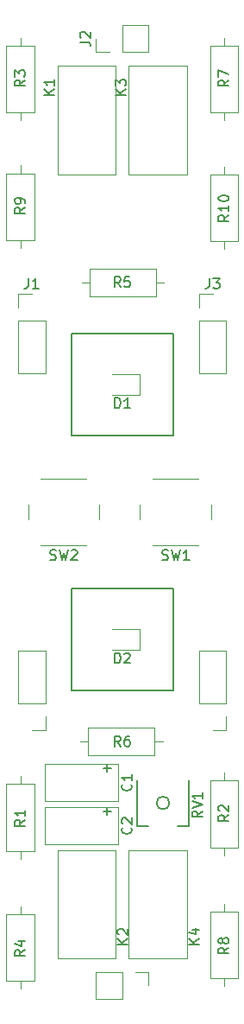
<source format=gto>
G04 #@! TF.FileFunction,Legend,Top*
%FSLAX46Y46*%
G04 Gerber Fmt 4.6, Leading zero omitted, Abs format (unit mm)*
G04 Created by KiCad (PCBNEW 4.0.4+e1-6308~48~ubuntu16.04.1-stable) date Sun Jan 28 16:20:55 2018*
%MOMM*%
%LPD*%
G01*
G04 APERTURE LIST*
%ADD10C,0.100000*%
%ADD11C,0.150000*%
%ADD12C,0.200000*%
%ADD13C,0.120000*%
%ADD14C,0.030000*%
G04 APERTURE END LIST*
D10*
D11*
X110619048Y-129321429D02*
X111380953Y-129321429D01*
X111000001Y-129702381D02*
X111000001Y-128940476D01*
X110619048Y-125071429D02*
X111380953Y-125071429D01*
X111000001Y-125452381D02*
X111000001Y-124690476D01*
D12*
X107500000Y-117500000D02*
X107500000Y-107500000D01*
X117500000Y-117500000D02*
X107500000Y-117500000D01*
X117500000Y-107500000D02*
X117500000Y-117500000D01*
X107500000Y-107500000D02*
X117500000Y-107500000D01*
X107500000Y-82500000D02*
X107500000Y-92500000D01*
X117500000Y-82500000D02*
X107500000Y-82500000D01*
X117500000Y-92500000D02*
X117500000Y-82500000D01*
X107500000Y-92500000D02*
X117500000Y-92500000D01*
D13*
X109310000Y-76130000D02*
X109310000Y-78870000D01*
X109310000Y-78870000D02*
X115850000Y-78870000D01*
X115850000Y-78870000D02*
X115850000Y-76130000D01*
X115850000Y-76130000D02*
X109310000Y-76130000D01*
X108540000Y-77500000D02*
X109310000Y-77500000D01*
X116620000Y-77500000D02*
X115850000Y-77500000D01*
X112060000Y-128310000D02*
X104940000Y-128310000D01*
X112060000Y-124690000D02*
X104940000Y-124690000D01*
X112060000Y-128310000D02*
X112060000Y-124690000D01*
X104940000Y-128310000D02*
X104940000Y-124690000D01*
X112060000Y-132560000D02*
X104940000Y-132560000D01*
X112060000Y-128940000D02*
X104940000Y-128940000D01*
X112060000Y-132560000D02*
X112060000Y-128940000D01*
X104940000Y-132560000D02*
X104940000Y-128940000D01*
X111500000Y-88510000D02*
X114200000Y-88510000D01*
X114200000Y-88510000D02*
X114200000Y-86490000D01*
X114200000Y-86490000D02*
X111500000Y-86490000D01*
X111500000Y-113510000D02*
X114200000Y-113510000D01*
X114200000Y-113510000D02*
X114200000Y-111490000D01*
X114200000Y-111490000D02*
X111500000Y-111490000D01*
X102290000Y-86390000D02*
X104950000Y-86390000D01*
X102290000Y-81250000D02*
X102290000Y-86390000D01*
X104950000Y-81250000D02*
X104950000Y-86390000D01*
X102290000Y-81250000D02*
X104950000Y-81250000D01*
X102290000Y-79980000D02*
X102290000Y-78650000D01*
X102290000Y-78650000D02*
X103620000Y-78650000D01*
X115100000Y-54950000D02*
X115100000Y-52290000D01*
X112500000Y-54950000D02*
X115100000Y-54950000D01*
X112500000Y-52290000D02*
X115100000Y-52290000D01*
X112500000Y-54950000D02*
X112500000Y-52290000D01*
X111230000Y-54950000D02*
X109900000Y-54950000D01*
X109900000Y-54950000D02*
X109900000Y-53620000D01*
X120050000Y-86390000D02*
X122710000Y-86390000D01*
X120050000Y-81250000D02*
X120050000Y-86390000D01*
X122710000Y-81250000D02*
X122710000Y-86390000D01*
X120050000Y-81250000D02*
X122710000Y-81250000D01*
X120050000Y-79980000D02*
X120050000Y-78650000D01*
X120050000Y-78650000D02*
X121380000Y-78650000D01*
X109900000Y-145050000D02*
X109900000Y-147710000D01*
X112500000Y-145050000D02*
X109900000Y-145050000D01*
X112500000Y-147710000D02*
X109900000Y-147710000D01*
X112500000Y-145050000D02*
X112500000Y-147710000D01*
X113770000Y-145050000D02*
X115100000Y-145050000D01*
X115100000Y-145050000D02*
X115100000Y-146380000D01*
X104950000Y-113610000D02*
X102290000Y-113610000D01*
X104950000Y-118750000D02*
X104950000Y-113610000D01*
X102290000Y-118750000D02*
X102290000Y-113610000D01*
X104950000Y-118750000D02*
X102290000Y-118750000D01*
X104950000Y-120020000D02*
X104950000Y-121350000D01*
X104950000Y-121350000D02*
X103620000Y-121350000D01*
X122710000Y-113610000D02*
X120050000Y-113610000D01*
X122710000Y-118750000D02*
X122710000Y-113610000D01*
X120050000Y-118750000D02*
X120050000Y-113610000D01*
X122710000Y-118750000D02*
X120050000Y-118750000D01*
X122710000Y-120020000D02*
X122710000Y-121350000D01*
X122710000Y-121350000D02*
X121380000Y-121350000D01*
D14*
X106150000Y-66900000D02*
X111850000Y-66900000D01*
X111850000Y-66900000D02*
X111850000Y-56300000D01*
X111850000Y-56300000D02*
X106150000Y-56300000D01*
X106150000Y-56300000D02*
X106150000Y-66900000D01*
X111850000Y-133100000D02*
X106150000Y-133100000D01*
X106150000Y-133100000D02*
X106150000Y-143700000D01*
X106150000Y-143700000D02*
X111850000Y-143700000D01*
X111850000Y-143700000D02*
X111850000Y-133100000D01*
X113150000Y-66900000D02*
X118850000Y-66900000D01*
X118850000Y-66900000D02*
X118850000Y-56300000D01*
X118850000Y-56300000D02*
X113150000Y-56300000D01*
X113150000Y-56300000D02*
X113150000Y-66900000D01*
X118850000Y-133100000D02*
X113150000Y-133100000D01*
X113150000Y-133100000D02*
X113150000Y-143700000D01*
X113150000Y-143700000D02*
X118850000Y-143700000D01*
X118850000Y-143700000D02*
X118850000Y-133100000D01*
D13*
X101130000Y-133190000D02*
X103870000Y-133190000D01*
X103870000Y-133190000D02*
X103870000Y-126650000D01*
X103870000Y-126650000D02*
X101130000Y-126650000D01*
X101130000Y-126650000D02*
X101130000Y-133190000D01*
X102500000Y-133960000D02*
X102500000Y-133190000D01*
X102500000Y-125880000D02*
X102500000Y-126650000D01*
X123870000Y-126310000D02*
X121130000Y-126310000D01*
X121130000Y-126310000D02*
X121130000Y-132850000D01*
X121130000Y-132850000D02*
X123870000Y-132850000D01*
X123870000Y-132850000D02*
X123870000Y-126310000D01*
X122500000Y-125540000D02*
X122500000Y-126310000D01*
X122500000Y-133620000D02*
X122500000Y-132850000D01*
D12*
X117132456Y-128500000D02*
G75*
G03X117132456Y-128500000I-632456J0D01*
G01*
X119000000Y-130750000D02*
X117900000Y-130750000D01*
X114000000Y-130750000D02*
X115100000Y-130750000D01*
X119000000Y-130750000D02*
X119000000Y-126250000D01*
X114000000Y-130750000D02*
X114000000Y-126250000D01*
D13*
X120000000Y-96750000D02*
X115500000Y-96750000D01*
X121250000Y-100750000D02*
X121250000Y-99250000D01*
X115500000Y-103250000D02*
X120000000Y-103250000D01*
X114250000Y-99250000D02*
X114250000Y-100750000D01*
X109000000Y-96750000D02*
X104500000Y-96750000D01*
X110250000Y-100750000D02*
X110250000Y-99250000D01*
X104500000Y-103250000D02*
X109000000Y-103250000D01*
X103250000Y-99250000D02*
X103250000Y-100750000D01*
X103870000Y-54310000D02*
X101130000Y-54310000D01*
X101130000Y-54310000D02*
X101130000Y-60850000D01*
X101130000Y-60850000D02*
X103870000Y-60850000D01*
X103870000Y-60850000D02*
X103870000Y-54310000D01*
X102500000Y-53540000D02*
X102500000Y-54310000D01*
X102500000Y-61620000D02*
X102500000Y-60850000D01*
X101130000Y-145940000D02*
X103870000Y-145940000D01*
X103870000Y-145940000D02*
X103870000Y-139400000D01*
X103870000Y-139400000D02*
X101130000Y-139400000D01*
X101130000Y-139400000D02*
X101130000Y-145940000D01*
X102500000Y-146710000D02*
X102500000Y-145940000D01*
X102500000Y-138630000D02*
X102500000Y-139400000D01*
X115690000Y-123870000D02*
X115690000Y-121130000D01*
X115690000Y-121130000D02*
X109150000Y-121130000D01*
X109150000Y-121130000D02*
X109150000Y-123870000D01*
X109150000Y-123870000D02*
X115690000Y-123870000D01*
X116460000Y-122500000D02*
X115690000Y-122500000D01*
X108380000Y-122500000D02*
X109150000Y-122500000D01*
X123870000Y-54310000D02*
X121130000Y-54310000D01*
X121130000Y-54310000D02*
X121130000Y-60850000D01*
X121130000Y-60850000D02*
X123870000Y-60850000D01*
X123870000Y-60850000D02*
X123870000Y-54310000D01*
X122500000Y-53540000D02*
X122500000Y-54310000D01*
X122500000Y-61620000D02*
X122500000Y-60850000D01*
X121130000Y-145690000D02*
X123870000Y-145690000D01*
X123870000Y-145690000D02*
X123870000Y-139150000D01*
X123870000Y-139150000D02*
X121130000Y-139150000D01*
X121130000Y-139150000D02*
X121130000Y-145690000D01*
X122500000Y-146460000D02*
X122500000Y-145690000D01*
X122500000Y-138380000D02*
X122500000Y-139150000D01*
X103870000Y-66810000D02*
X101130000Y-66810000D01*
X101130000Y-66810000D02*
X101130000Y-73350000D01*
X101130000Y-73350000D02*
X103870000Y-73350000D01*
X103870000Y-73350000D02*
X103870000Y-66810000D01*
X102500000Y-66040000D02*
X102500000Y-66810000D01*
X102500000Y-74120000D02*
X102500000Y-73350000D01*
X121130000Y-73440000D02*
X123870000Y-73440000D01*
X123870000Y-73440000D02*
X123870000Y-66900000D01*
X123870000Y-66900000D02*
X121130000Y-66900000D01*
X121130000Y-66900000D02*
X121130000Y-73440000D01*
X122500000Y-74210000D02*
X122500000Y-73440000D01*
X122500000Y-66130000D02*
X122500000Y-66900000D01*
D11*
X112333334Y-77952381D02*
X112000000Y-77476190D01*
X111761905Y-77952381D02*
X111761905Y-76952381D01*
X112142858Y-76952381D01*
X112238096Y-77000000D01*
X112285715Y-77047619D01*
X112333334Y-77142857D01*
X112333334Y-77285714D01*
X112285715Y-77380952D01*
X112238096Y-77428571D01*
X112142858Y-77476190D01*
X111761905Y-77476190D01*
X113238096Y-76952381D02*
X112761905Y-76952381D01*
X112714286Y-77428571D01*
X112761905Y-77380952D01*
X112857143Y-77333333D01*
X113095239Y-77333333D01*
X113190477Y-77380952D01*
X113238096Y-77428571D01*
X113285715Y-77523810D01*
X113285715Y-77761905D01*
X113238096Y-77857143D01*
X113190477Y-77904762D01*
X113095239Y-77952381D01*
X112857143Y-77952381D01*
X112761905Y-77904762D01*
X112714286Y-77857143D01*
X113357143Y-126666666D02*
X113404762Y-126714285D01*
X113452381Y-126857142D01*
X113452381Y-126952380D01*
X113404762Y-127095238D01*
X113309524Y-127190476D01*
X113214286Y-127238095D01*
X113023810Y-127285714D01*
X112880952Y-127285714D01*
X112690476Y-127238095D01*
X112595238Y-127190476D01*
X112500000Y-127095238D01*
X112452381Y-126952380D01*
X112452381Y-126857142D01*
X112500000Y-126714285D01*
X112547619Y-126666666D01*
X113452381Y-125714285D02*
X113452381Y-126285714D01*
X113452381Y-126000000D02*
X112452381Y-126000000D01*
X112595238Y-126095238D01*
X112690476Y-126190476D01*
X112738095Y-126285714D01*
X113357143Y-130916666D02*
X113404762Y-130964285D01*
X113452381Y-131107142D01*
X113452381Y-131202380D01*
X113404762Y-131345238D01*
X113309524Y-131440476D01*
X113214286Y-131488095D01*
X113023810Y-131535714D01*
X112880952Y-131535714D01*
X112690476Y-131488095D01*
X112595238Y-131440476D01*
X112500000Y-131345238D01*
X112452381Y-131202380D01*
X112452381Y-131107142D01*
X112500000Y-130964285D01*
X112547619Y-130916666D01*
X112547619Y-130535714D02*
X112500000Y-130488095D01*
X112452381Y-130392857D01*
X112452381Y-130154761D01*
X112500000Y-130059523D01*
X112547619Y-130011904D01*
X112642857Y-129964285D01*
X112738095Y-129964285D01*
X112880952Y-130011904D01*
X113452381Y-130583333D01*
X113452381Y-129964285D01*
X111761905Y-89802381D02*
X111761905Y-88802381D01*
X112000000Y-88802381D01*
X112142858Y-88850000D01*
X112238096Y-88945238D01*
X112285715Y-89040476D01*
X112333334Y-89230952D01*
X112333334Y-89373810D01*
X112285715Y-89564286D01*
X112238096Y-89659524D01*
X112142858Y-89754762D01*
X112000000Y-89802381D01*
X111761905Y-89802381D01*
X113285715Y-89802381D02*
X112714286Y-89802381D01*
X113000000Y-89802381D02*
X113000000Y-88802381D01*
X112904762Y-88945238D01*
X112809524Y-89040476D01*
X112714286Y-89088095D01*
X111761905Y-114802381D02*
X111761905Y-113802381D01*
X112000000Y-113802381D01*
X112142858Y-113850000D01*
X112238096Y-113945238D01*
X112285715Y-114040476D01*
X112333334Y-114230952D01*
X112333334Y-114373810D01*
X112285715Y-114564286D01*
X112238096Y-114659524D01*
X112142858Y-114754762D01*
X112000000Y-114802381D01*
X111761905Y-114802381D01*
X112714286Y-113897619D02*
X112761905Y-113850000D01*
X112857143Y-113802381D01*
X113095239Y-113802381D01*
X113190477Y-113850000D01*
X113238096Y-113897619D01*
X113285715Y-113992857D01*
X113285715Y-114088095D01*
X113238096Y-114230952D01*
X112666667Y-114802381D01*
X113285715Y-114802381D01*
X103286667Y-77102381D02*
X103286667Y-77816667D01*
X103239047Y-77959524D01*
X103143809Y-78054762D01*
X103000952Y-78102381D01*
X102905714Y-78102381D01*
X104286667Y-78102381D02*
X103715238Y-78102381D01*
X104000952Y-78102381D02*
X104000952Y-77102381D01*
X103905714Y-77245238D01*
X103810476Y-77340476D01*
X103715238Y-77388095D01*
X108352381Y-53953333D02*
X109066667Y-53953333D01*
X109209524Y-54000953D01*
X109304762Y-54096191D01*
X109352381Y-54239048D01*
X109352381Y-54334286D01*
X108447619Y-53524762D02*
X108400000Y-53477143D01*
X108352381Y-53381905D01*
X108352381Y-53143809D01*
X108400000Y-53048571D01*
X108447619Y-53000952D01*
X108542857Y-52953333D01*
X108638095Y-52953333D01*
X108780952Y-53000952D01*
X109352381Y-53572381D01*
X109352381Y-52953333D01*
X121046667Y-77102381D02*
X121046667Y-77816667D01*
X120999047Y-77959524D01*
X120903809Y-78054762D01*
X120760952Y-78102381D01*
X120665714Y-78102381D01*
X121427619Y-77102381D02*
X122046667Y-77102381D01*
X121713333Y-77483333D01*
X121856191Y-77483333D01*
X121951429Y-77530952D01*
X121999048Y-77578571D01*
X122046667Y-77673810D01*
X122046667Y-77911905D01*
X121999048Y-78007143D01*
X121951429Y-78054762D01*
X121856191Y-78102381D01*
X121570476Y-78102381D01*
X121475238Y-78054762D01*
X121427619Y-78007143D01*
X105852381Y-59138095D02*
X104852381Y-59138095D01*
X105852381Y-58566666D02*
X105280952Y-58995238D01*
X104852381Y-58566666D02*
X105423810Y-59138095D01*
X105852381Y-57614285D02*
X105852381Y-58185714D01*
X105852381Y-57900000D02*
X104852381Y-57900000D01*
X104995238Y-57995238D01*
X105090476Y-58090476D01*
X105138095Y-58185714D01*
X113052381Y-142338095D02*
X112052381Y-142338095D01*
X113052381Y-141766666D02*
X112480952Y-142195238D01*
X112052381Y-141766666D02*
X112623810Y-142338095D01*
X112147619Y-141385714D02*
X112100000Y-141338095D01*
X112052381Y-141242857D01*
X112052381Y-141004761D01*
X112100000Y-140909523D01*
X112147619Y-140861904D01*
X112242857Y-140814285D01*
X112338095Y-140814285D01*
X112480952Y-140861904D01*
X113052381Y-141433333D01*
X113052381Y-140814285D01*
X112852381Y-59138095D02*
X111852381Y-59138095D01*
X112852381Y-58566666D02*
X112280952Y-58995238D01*
X111852381Y-58566666D02*
X112423810Y-59138095D01*
X111852381Y-58233333D02*
X111852381Y-57614285D01*
X112233333Y-57947619D01*
X112233333Y-57804761D01*
X112280952Y-57709523D01*
X112328571Y-57661904D01*
X112423810Y-57614285D01*
X112661905Y-57614285D01*
X112757143Y-57661904D01*
X112804762Y-57709523D01*
X112852381Y-57804761D01*
X112852381Y-58090476D01*
X112804762Y-58185714D01*
X112757143Y-58233333D01*
X120052381Y-142338095D02*
X119052381Y-142338095D01*
X120052381Y-141766666D02*
X119480952Y-142195238D01*
X119052381Y-141766666D02*
X119623810Y-142338095D01*
X119385714Y-140909523D02*
X120052381Y-140909523D01*
X119004762Y-141147619D02*
X119719048Y-141385714D01*
X119719048Y-140766666D01*
X102952381Y-130166666D02*
X102476190Y-130500000D01*
X102952381Y-130738095D02*
X101952381Y-130738095D01*
X101952381Y-130357142D01*
X102000000Y-130261904D01*
X102047619Y-130214285D01*
X102142857Y-130166666D01*
X102285714Y-130166666D01*
X102380952Y-130214285D01*
X102428571Y-130261904D01*
X102476190Y-130357142D01*
X102476190Y-130738095D01*
X102952381Y-129214285D02*
X102952381Y-129785714D01*
X102952381Y-129500000D02*
X101952381Y-129500000D01*
X102095238Y-129595238D01*
X102190476Y-129690476D01*
X102238095Y-129785714D01*
X122952381Y-129666666D02*
X122476190Y-130000000D01*
X122952381Y-130238095D02*
X121952381Y-130238095D01*
X121952381Y-129857142D01*
X122000000Y-129761904D01*
X122047619Y-129714285D01*
X122142857Y-129666666D01*
X122285714Y-129666666D01*
X122380952Y-129714285D01*
X122428571Y-129761904D01*
X122476190Y-129857142D01*
X122476190Y-130238095D01*
X122047619Y-129285714D02*
X122000000Y-129238095D01*
X121952381Y-129142857D01*
X121952381Y-128904761D01*
X122000000Y-128809523D01*
X122047619Y-128761904D01*
X122142857Y-128714285D01*
X122238095Y-128714285D01*
X122380952Y-128761904D01*
X122952381Y-129333333D01*
X122952381Y-128714285D01*
X120352381Y-129295238D02*
X119876190Y-129628572D01*
X120352381Y-129866667D02*
X119352381Y-129866667D01*
X119352381Y-129485714D01*
X119400000Y-129390476D01*
X119447619Y-129342857D01*
X119542857Y-129295238D01*
X119685714Y-129295238D01*
X119780952Y-129342857D01*
X119828571Y-129390476D01*
X119876190Y-129485714D01*
X119876190Y-129866667D01*
X119352381Y-129009524D02*
X120352381Y-128676191D01*
X119352381Y-128342857D01*
X120352381Y-127485714D02*
X120352381Y-128057143D01*
X120352381Y-127771429D02*
X119352381Y-127771429D01*
X119495238Y-127866667D01*
X119590476Y-127961905D01*
X119638095Y-128057143D01*
X116416667Y-104654762D02*
X116559524Y-104702381D01*
X116797620Y-104702381D01*
X116892858Y-104654762D01*
X116940477Y-104607143D01*
X116988096Y-104511905D01*
X116988096Y-104416667D01*
X116940477Y-104321429D01*
X116892858Y-104273810D01*
X116797620Y-104226190D01*
X116607143Y-104178571D01*
X116511905Y-104130952D01*
X116464286Y-104083333D01*
X116416667Y-103988095D01*
X116416667Y-103892857D01*
X116464286Y-103797619D01*
X116511905Y-103750000D01*
X116607143Y-103702381D01*
X116845239Y-103702381D01*
X116988096Y-103750000D01*
X117321429Y-103702381D02*
X117559524Y-104702381D01*
X117750001Y-103988095D01*
X117940477Y-104702381D01*
X118178572Y-103702381D01*
X119083334Y-104702381D02*
X118511905Y-104702381D01*
X118797619Y-104702381D02*
X118797619Y-103702381D01*
X118702381Y-103845238D01*
X118607143Y-103940476D01*
X118511905Y-103988095D01*
X105416667Y-104654762D02*
X105559524Y-104702381D01*
X105797620Y-104702381D01*
X105892858Y-104654762D01*
X105940477Y-104607143D01*
X105988096Y-104511905D01*
X105988096Y-104416667D01*
X105940477Y-104321429D01*
X105892858Y-104273810D01*
X105797620Y-104226190D01*
X105607143Y-104178571D01*
X105511905Y-104130952D01*
X105464286Y-104083333D01*
X105416667Y-103988095D01*
X105416667Y-103892857D01*
X105464286Y-103797619D01*
X105511905Y-103750000D01*
X105607143Y-103702381D01*
X105845239Y-103702381D01*
X105988096Y-103750000D01*
X106321429Y-103702381D02*
X106559524Y-104702381D01*
X106750001Y-103988095D01*
X106940477Y-104702381D01*
X107178572Y-103702381D01*
X107511905Y-103797619D02*
X107559524Y-103750000D01*
X107654762Y-103702381D01*
X107892858Y-103702381D01*
X107988096Y-103750000D01*
X108035715Y-103797619D01*
X108083334Y-103892857D01*
X108083334Y-103988095D01*
X108035715Y-104130952D01*
X107464286Y-104702381D01*
X108083334Y-104702381D01*
X102952381Y-57666666D02*
X102476190Y-58000000D01*
X102952381Y-58238095D02*
X101952381Y-58238095D01*
X101952381Y-57857142D01*
X102000000Y-57761904D01*
X102047619Y-57714285D01*
X102142857Y-57666666D01*
X102285714Y-57666666D01*
X102380952Y-57714285D01*
X102428571Y-57761904D01*
X102476190Y-57857142D01*
X102476190Y-58238095D01*
X101952381Y-57333333D02*
X101952381Y-56714285D01*
X102333333Y-57047619D01*
X102333333Y-56904761D01*
X102380952Y-56809523D01*
X102428571Y-56761904D01*
X102523810Y-56714285D01*
X102761905Y-56714285D01*
X102857143Y-56761904D01*
X102904762Y-56809523D01*
X102952381Y-56904761D01*
X102952381Y-57190476D01*
X102904762Y-57285714D01*
X102857143Y-57333333D01*
X102952381Y-142916666D02*
X102476190Y-143250000D01*
X102952381Y-143488095D02*
X101952381Y-143488095D01*
X101952381Y-143107142D01*
X102000000Y-143011904D01*
X102047619Y-142964285D01*
X102142857Y-142916666D01*
X102285714Y-142916666D01*
X102380952Y-142964285D01*
X102428571Y-143011904D01*
X102476190Y-143107142D01*
X102476190Y-143488095D01*
X102285714Y-142059523D02*
X102952381Y-142059523D01*
X101904762Y-142297619D02*
X102619048Y-142535714D01*
X102619048Y-141916666D01*
X112333334Y-122952381D02*
X112000000Y-122476190D01*
X111761905Y-122952381D02*
X111761905Y-121952381D01*
X112142858Y-121952381D01*
X112238096Y-122000000D01*
X112285715Y-122047619D01*
X112333334Y-122142857D01*
X112333334Y-122285714D01*
X112285715Y-122380952D01*
X112238096Y-122428571D01*
X112142858Y-122476190D01*
X111761905Y-122476190D01*
X113190477Y-121952381D02*
X113000000Y-121952381D01*
X112904762Y-122000000D01*
X112857143Y-122047619D01*
X112761905Y-122190476D01*
X112714286Y-122380952D01*
X112714286Y-122761905D01*
X112761905Y-122857143D01*
X112809524Y-122904762D01*
X112904762Y-122952381D01*
X113095239Y-122952381D01*
X113190477Y-122904762D01*
X113238096Y-122857143D01*
X113285715Y-122761905D01*
X113285715Y-122523810D01*
X113238096Y-122428571D01*
X113190477Y-122380952D01*
X113095239Y-122333333D01*
X112904762Y-122333333D01*
X112809524Y-122380952D01*
X112761905Y-122428571D01*
X112714286Y-122523810D01*
X122952381Y-57666666D02*
X122476190Y-58000000D01*
X122952381Y-58238095D02*
X121952381Y-58238095D01*
X121952381Y-57857142D01*
X122000000Y-57761904D01*
X122047619Y-57714285D01*
X122142857Y-57666666D01*
X122285714Y-57666666D01*
X122380952Y-57714285D01*
X122428571Y-57761904D01*
X122476190Y-57857142D01*
X122476190Y-58238095D01*
X121952381Y-57333333D02*
X121952381Y-56666666D01*
X122952381Y-57095238D01*
X122952381Y-142666666D02*
X122476190Y-143000000D01*
X122952381Y-143238095D02*
X121952381Y-143238095D01*
X121952381Y-142857142D01*
X122000000Y-142761904D01*
X122047619Y-142714285D01*
X122142857Y-142666666D01*
X122285714Y-142666666D01*
X122380952Y-142714285D01*
X122428571Y-142761904D01*
X122476190Y-142857142D01*
X122476190Y-143238095D01*
X122380952Y-142095238D02*
X122333333Y-142190476D01*
X122285714Y-142238095D01*
X122190476Y-142285714D01*
X122142857Y-142285714D01*
X122047619Y-142238095D01*
X122000000Y-142190476D01*
X121952381Y-142095238D01*
X121952381Y-141904761D01*
X122000000Y-141809523D01*
X122047619Y-141761904D01*
X122142857Y-141714285D01*
X122190476Y-141714285D01*
X122285714Y-141761904D01*
X122333333Y-141809523D01*
X122380952Y-141904761D01*
X122380952Y-142095238D01*
X122428571Y-142190476D01*
X122476190Y-142238095D01*
X122571429Y-142285714D01*
X122761905Y-142285714D01*
X122857143Y-142238095D01*
X122904762Y-142190476D01*
X122952381Y-142095238D01*
X122952381Y-141904761D01*
X122904762Y-141809523D01*
X122857143Y-141761904D01*
X122761905Y-141714285D01*
X122571429Y-141714285D01*
X122476190Y-141761904D01*
X122428571Y-141809523D01*
X122380952Y-141904761D01*
X102952381Y-70166666D02*
X102476190Y-70500000D01*
X102952381Y-70738095D02*
X101952381Y-70738095D01*
X101952381Y-70357142D01*
X102000000Y-70261904D01*
X102047619Y-70214285D01*
X102142857Y-70166666D01*
X102285714Y-70166666D01*
X102380952Y-70214285D01*
X102428571Y-70261904D01*
X102476190Y-70357142D01*
X102476190Y-70738095D01*
X102952381Y-69690476D02*
X102952381Y-69500000D01*
X102904762Y-69404761D01*
X102857143Y-69357142D01*
X102714286Y-69261904D01*
X102523810Y-69214285D01*
X102142857Y-69214285D01*
X102047619Y-69261904D01*
X102000000Y-69309523D01*
X101952381Y-69404761D01*
X101952381Y-69595238D01*
X102000000Y-69690476D01*
X102047619Y-69738095D01*
X102142857Y-69785714D01*
X102380952Y-69785714D01*
X102476190Y-69738095D01*
X102523810Y-69690476D01*
X102571429Y-69595238D01*
X102571429Y-69404761D01*
X102523810Y-69309523D01*
X102476190Y-69261904D01*
X102380952Y-69214285D01*
X122952381Y-70892857D02*
X122476190Y-71226191D01*
X122952381Y-71464286D02*
X121952381Y-71464286D01*
X121952381Y-71083333D01*
X122000000Y-70988095D01*
X122047619Y-70940476D01*
X122142857Y-70892857D01*
X122285714Y-70892857D01*
X122380952Y-70940476D01*
X122428571Y-70988095D01*
X122476190Y-71083333D01*
X122476190Y-71464286D01*
X122952381Y-69940476D02*
X122952381Y-70511905D01*
X122952381Y-70226191D02*
X121952381Y-70226191D01*
X122095238Y-70321429D01*
X122190476Y-70416667D01*
X122238095Y-70511905D01*
X121952381Y-69321429D02*
X121952381Y-69226190D01*
X122000000Y-69130952D01*
X122047619Y-69083333D01*
X122142857Y-69035714D01*
X122333333Y-68988095D01*
X122571429Y-68988095D01*
X122761905Y-69035714D01*
X122857143Y-69083333D01*
X122904762Y-69130952D01*
X122952381Y-69226190D01*
X122952381Y-69321429D01*
X122904762Y-69416667D01*
X122857143Y-69464286D01*
X122761905Y-69511905D01*
X122571429Y-69559524D01*
X122333333Y-69559524D01*
X122142857Y-69511905D01*
X122047619Y-69464286D01*
X122000000Y-69416667D01*
X121952381Y-69321429D01*
M02*

</source>
